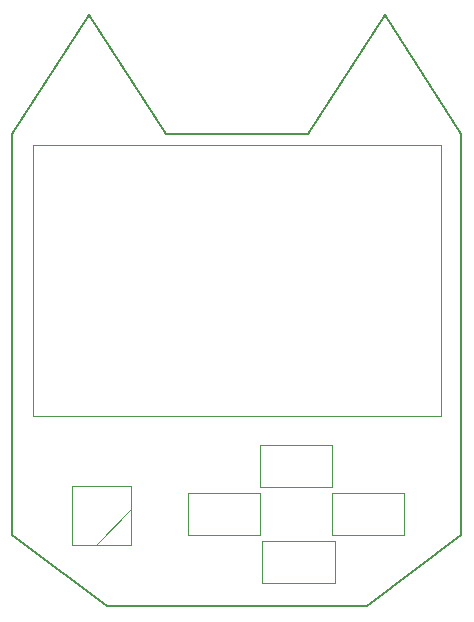
<source format=gbr>
%TF.GenerationSoftware,KiCad,Pcbnew,5.1.5+dfsg1-2build2*%
%TF.CreationDate,2022-05-20T22:28:17-07:00*%
%TF.ProjectId,v1.0-RubberNugget,76312e30-2d52-4756-9262-65724e756767,rev?*%
%TF.SameCoordinates,Original*%
%TF.FileFunction,Legend,Top*%
%TF.FilePolarity,Positive*%
%FSLAX46Y46*%
G04 Gerber Fmt 4.6, Leading zero omitted, Abs format (unit mm)*
G04 Created by KiCad (PCBNEW 5.1.5+dfsg1-2build2) date 2022-05-20 22:28:17*
%MOMM*%
%LPD*%
G04 APERTURE LIST*
%TA.AperFunction,Profile*%
%ADD10C,0.200000*%
%TD*%
%ADD11C,0.120000*%
%ADD12C,0.100000*%
%ADD13C,0.150000*%
G04 APERTURE END LIST*
D10*
X-19000000Y-17000000D02*
X-19000000Y17000000D01*
X-11000000Y-23000000D02*
X-19000000Y-17000000D01*
X11000000Y-23000000D02*
X-11000000Y-23000000D01*
X19000000Y-17000000D02*
X11000000Y-23000000D01*
X19000000Y17000000D02*
X19000000Y-17000000D01*
X12500000Y27000000D02*
X19000000Y17000000D01*
X6000000Y17000000D02*
X12500000Y27000000D01*
X-6000000Y17000000D02*
X6000000Y17000000D01*
X-12500000Y27000000D02*
X-6000000Y17000000D01*
X-19000000Y17000000D02*
X-12500000Y27000000D01*
D11*
%TO.C,U2*%
X-17250000Y16047000D02*
X-17250000Y-6953000D01*
X17250000Y16047000D02*
X17250000Y-6953000D01*
X17250000Y-6953000D02*
X-17250000Y-6953000D01*
X17250000Y16047000D02*
X-17250000Y16047000D01*
%TO.C,SW3*%
X1918400Y-9327900D02*
X8038400Y-9327900D01*
X8038400Y-9327900D02*
X8038400Y-12947900D01*
X8038400Y-12947900D02*
X1918400Y-12947900D01*
X1918400Y-12947900D02*
X1918400Y-9327900D01*
%TO.C,SW6*%
X8014400Y-13391900D02*
X14134400Y-13391900D01*
X14134400Y-13391900D02*
X14134400Y-17011900D01*
X14134400Y-17011900D02*
X8014400Y-17011900D01*
X8014400Y-17011900D02*
X8014400Y-13391900D01*
D12*
%TO.C,D1*%
X-8930000Y-12867000D02*
X-13930000Y-12867000D01*
X-8930000Y-17867000D02*
X-8930000Y-12867000D01*
X-13930000Y-17867000D02*
X-8930000Y-17867000D01*
X-13930000Y-12867000D02*
X-13930000Y-17867000D01*
D11*
X-8940800Y-14818360D02*
X-11963400Y-17840960D01*
%TO.C,SW4*%
X2151401Y-17455900D02*
X8271401Y-17455900D01*
X8271401Y-17455900D02*
X8271401Y-21075900D01*
X8271401Y-21075900D02*
X2151401Y-21075900D01*
X2151401Y-21075900D02*
X2151401Y-17455900D01*
%TO.C,SW5*%
X-4177600Y-17011900D02*
X-4177600Y-13391900D01*
X1942400Y-17011900D02*
X-4177600Y-17011900D01*
X1942400Y-13391900D02*
X1942400Y-17011900D01*
X-4177600Y-13391900D02*
X1942400Y-13391900D01*
%TD*%
%TO.C,*%
D13*
%TD*%
M02*

</source>
